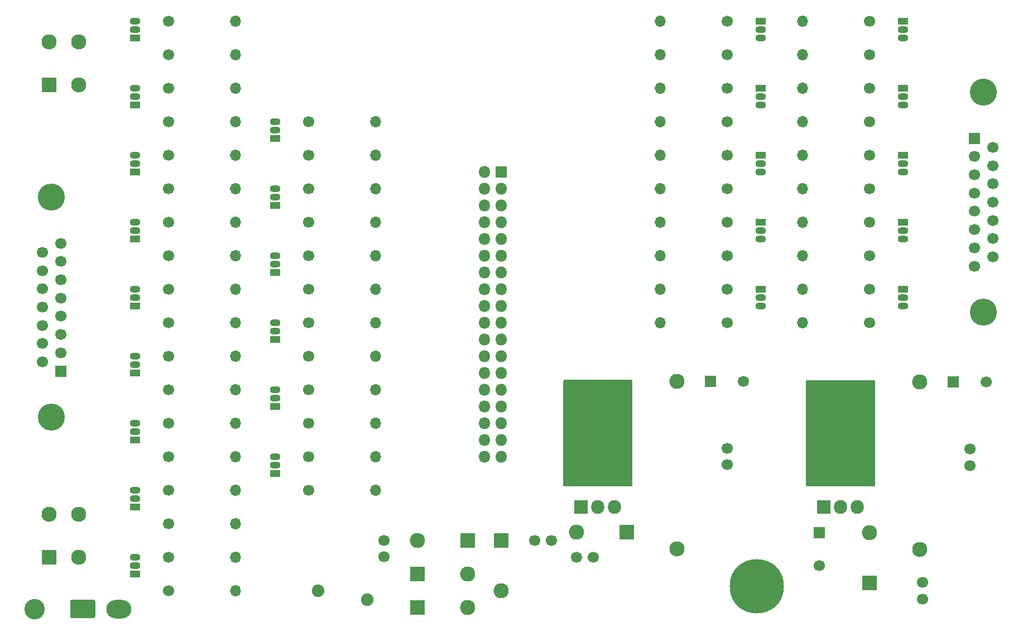
<source format=gbr>
%TF.GenerationSoftware,KiCad,Pcbnew,(5.1.6)-1*%
%TF.CreationDate,2020-07-18T16:28:39-07:00*%
%TF.ProjectId,BPEM488TDHAux,4250454d-3438-4385-9444-484175782e6b,rev?*%
%TF.SameCoordinates,Original*%
%TF.FileFunction,Soldermask,Top*%
%TF.FilePolarity,Negative*%
%FSLAX46Y46*%
G04 Gerber Fmt 4.6, Leading zero omitted, Abs format (unit mm)*
G04 Created by KiCad (PCBNEW (5.1.6)-1) date 2020-07-18 16:28:39*
%MOMM*%
%LPD*%
G01*
G04 APERTURE LIST*
%ADD10C,4.100000*%
%ADD11C,1.700000*%
%ADD12R,1.700000X1.700000*%
%ADD13C,8.228000*%
%ADD14O,2.005000X2.100000*%
%ADD15R,2.005000X2.100000*%
%ADD16O,3.600000X3.600000*%
%ADD17C,1.900000*%
%ADD18R,2.300000X2.300000*%
%ADD19O,2.300000X2.300000*%
%ADD20O,3.800000X2.800000*%
%ADD21C,3.100000*%
%ADD22C,2.300000*%
%ADD23O,1.600000X1.100000*%
%ADD24R,1.600000X1.100000*%
%ADD25O,1.700000X1.700000*%
%ADD26R,1.800000X1.800000*%
%ADD27O,1.800000X1.800000*%
%ADD28C,0.254000*%
G04 APERTURE END LIST*
D10*
%TO.C,J4*%
X197635000Y-66705000D03*
X197635000Y-100005000D03*
D11*
X199055000Y-91665000D03*
X199055000Y-88895000D03*
X199055000Y-86125000D03*
X199055000Y-83355000D03*
X199055000Y-80585000D03*
X199055000Y-77815000D03*
X199055000Y-75045000D03*
X196215000Y-93050000D03*
X196215000Y-90280000D03*
X196215000Y-87510000D03*
X196215000Y-84740000D03*
X196215000Y-81970000D03*
X196215000Y-79200000D03*
X196215000Y-76430000D03*
D12*
X196215000Y-73660000D03*
%TD*%
D10*
%TO.C,J3*%
X56238000Y-115921000D03*
X56238000Y-82621000D03*
D11*
X54818000Y-90961000D03*
X54818000Y-93731000D03*
X54818000Y-96501000D03*
X54818000Y-99271000D03*
X54818000Y-102041000D03*
X54818000Y-104811000D03*
X54818000Y-107581000D03*
X57658000Y-89576000D03*
X57658000Y-92346000D03*
X57658000Y-95116000D03*
X57658000Y-97886000D03*
X57658000Y-100656000D03*
X57658000Y-103426000D03*
X57658000Y-106196000D03*
D12*
X57658000Y-108966000D03*
%TD*%
D13*
%TO.C,REF\u002A\u002A*%
X163260000Y-141560000D03*
%TD*%
D14*
%TO.C,U2*%
X178435000Y-129540000D03*
X175895000Y-129540000D03*
D15*
X173355000Y-129540000D03*
D16*
X175895000Y-113740000D03*
%TD*%
D14*
%TO.C,U1*%
X141605000Y-129540000D03*
X139065000Y-129540000D03*
D15*
X136525000Y-129540000D03*
D16*
X139065000Y-113740000D03*
%TD*%
D17*
%TO.C,RV1*%
X96640000Y-142237000D03*
X104140000Y-143637000D03*
%TD*%
D11*
%TO.C,C1*%
X106680000Y-134620000D03*
X106680000Y-137120000D03*
%TD*%
%TO.C,C3*%
X172720000Y-138479540D03*
D12*
X172720000Y-133479540D03*
%TD*%
D11*
%TO.C,C6*%
X158750000Y-123150000D03*
X158750000Y-120650000D03*
%TD*%
%TO.C,C7*%
X195580000Y-120779540D03*
X195580000Y-123279540D03*
%TD*%
%TO.C,C8*%
X161210000Y-110490000D03*
D12*
X156210000Y-110490000D03*
%TD*%
%TO.C,C9*%
X193040000Y-110619540D03*
D11*
X198040000Y-110619540D03*
%TD*%
D18*
%TO.C,D1*%
X111760000Y-139700000D03*
D19*
X119380000Y-139700000D03*
%TD*%
%TO.C,D2*%
X119380000Y-144780000D03*
D18*
X111760000Y-144780000D03*
%TD*%
%TO.C,D3*%
X119380000Y-134620000D03*
D19*
X111760000Y-134620000D03*
%TD*%
%TO.C,D4*%
X124460000Y-142240000D03*
D18*
X124460000Y-134620000D03*
%TD*%
D19*
%TO.C,D5*%
X135890000Y-133350000D03*
D18*
X143510000Y-133350000D03*
%TD*%
%TO.C,D6*%
X180340000Y-141099540D03*
D19*
X180340000Y-133479540D03*
%TD*%
%TO.C,J1*%
G36*
G01*
X62600740Y-146434000D02*
X59319260Y-146434000D01*
G75*
G02*
X59060000Y-146174740I0J259260D01*
G01*
X59060000Y-143893260D01*
G75*
G02*
X59319260Y-143634000I259260J0D01*
G01*
X62600740Y-143634000D01*
G75*
G02*
X62860000Y-143893260I0J-259260D01*
G01*
X62860000Y-146174740D01*
G75*
G02*
X62600740Y-146434000I-259260J0D01*
G01*
G37*
D20*
X66460000Y-145034000D03*
D21*
X53660000Y-145034000D03*
%TD*%
D22*
%TO.C,L1*%
X151130000Y-135890000D03*
D19*
X151130000Y-110490000D03*
%TD*%
%TO.C,L2*%
X187960000Y-110619540D03*
D22*
X187960000Y-136019540D03*
%TD*%
D23*
%TO.C,Q1*%
X68940680Y-77470000D03*
X68940680Y-76200000D03*
D24*
X68940680Y-78740000D03*
%TD*%
%TO.C,Q2*%
X68940680Y-88900000D03*
D23*
X68940680Y-86360000D03*
X68940680Y-87630000D03*
%TD*%
D24*
%TO.C,Q3*%
X68940680Y-99060000D03*
D23*
X68940680Y-96520000D03*
X68940680Y-97790000D03*
%TD*%
%TO.C,Q4*%
X68940680Y-107950000D03*
X68940680Y-106680000D03*
D24*
X68940680Y-109220000D03*
%TD*%
%TO.C,Q5*%
X68940680Y-119380000D03*
D23*
X68940680Y-116840000D03*
X68940680Y-118110000D03*
%TD*%
D24*
%TO.C,Q6*%
X90170000Y-83820000D03*
D23*
X90170000Y-81280000D03*
X90170000Y-82550000D03*
%TD*%
%TO.C,Q7*%
X68940680Y-128270000D03*
X68940680Y-127000000D03*
D24*
X68940680Y-129540000D03*
%TD*%
%TO.C,Q8*%
X68940680Y-139700000D03*
D23*
X68940680Y-137160000D03*
X68940680Y-138430000D03*
%TD*%
%TO.C,Q9*%
X90170000Y-123190000D03*
X90170000Y-121920000D03*
D24*
X90170000Y-124460000D03*
%TD*%
%TO.C,Q10*%
X90170000Y-114300000D03*
D23*
X90170000Y-111760000D03*
X90170000Y-113030000D03*
%TD*%
%TO.C,Q11*%
X90170000Y-102870000D03*
X90170000Y-101600000D03*
D24*
X90170000Y-104140000D03*
%TD*%
D23*
%TO.C,Q12*%
X90170000Y-92710000D03*
X90170000Y-91440000D03*
D24*
X90170000Y-93980000D03*
%TD*%
D23*
%TO.C,Q13*%
X163804600Y-57150000D03*
X163804600Y-58420000D03*
D24*
X163804600Y-55880000D03*
%TD*%
%TO.C,Q14*%
X163804600Y-66040000D03*
D23*
X163804600Y-68580000D03*
X163804600Y-67310000D03*
%TD*%
%TO.C,Q15*%
X163804600Y-77470000D03*
X163804600Y-78740000D03*
D24*
X163804600Y-76200000D03*
%TD*%
%TO.C,Q16*%
X163804600Y-86360000D03*
D23*
X163804600Y-88900000D03*
X163804600Y-87630000D03*
%TD*%
%TO.C,Q17*%
X163804600Y-97790000D03*
X163804600Y-99060000D03*
D24*
X163804600Y-96520000D03*
%TD*%
%TO.C,Q18*%
X68940680Y-68580000D03*
D23*
X68940680Y-66040000D03*
X68940680Y-67310000D03*
%TD*%
%TO.C,Q19*%
X68940680Y-57150000D03*
X68940680Y-55880000D03*
D24*
X68940680Y-58420000D03*
%TD*%
%TO.C,Q20*%
X90170000Y-73660000D03*
D23*
X90170000Y-71120000D03*
X90170000Y-72390000D03*
%TD*%
%TO.C,Q21*%
X185420000Y-97790000D03*
X185420000Y-99060000D03*
D24*
X185420000Y-96520000D03*
%TD*%
%TO.C,Q22*%
X185420000Y-86360000D03*
D23*
X185420000Y-88900000D03*
X185420000Y-87630000D03*
%TD*%
%TO.C,Q23*%
X185420000Y-77470000D03*
X185420000Y-78740000D03*
D24*
X185420000Y-76200000D03*
%TD*%
%TO.C,Q24*%
X185420000Y-66040000D03*
D23*
X185420000Y-68580000D03*
X185420000Y-67310000D03*
%TD*%
%TO.C,Q25*%
X185420000Y-57150000D03*
X185420000Y-58420000D03*
D24*
X185420000Y-55880000D03*
%TD*%
D25*
%TO.C,R1*%
X84180680Y-76200000D03*
D11*
X74020680Y-76200000D03*
%TD*%
%TO.C,R2*%
X74020680Y-81280000D03*
D25*
X84180680Y-81280000D03*
%TD*%
%TO.C,R3*%
X84180680Y-86360000D03*
D11*
X74020680Y-86360000D03*
%TD*%
%TO.C,R4*%
X74020680Y-91440000D03*
D25*
X84180680Y-91440000D03*
%TD*%
D11*
%TO.C,R5*%
X74020680Y-96520000D03*
D25*
X84180680Y-96520000D03*
%TD*%
D11*
%TO.C,R6*%
X74020680Y-101600000D03*
D25*
X84180680Y-101600000D03*
%TD*%
%TO.C,R7*%
X84180680Y-106680000D03*
D11*
X74020680Y-106680000D03*
%TD*%
D25*
%TO.C,R8*%
X84180680Y-111760000D03*
D11*
X74020680Y-111760000D03*
%TD*%
%TO.C,R9*%
X74020680Y-116840000D03*
D25*
X84180680Y-116840000D03*
%TD*%
D11*
%TO.C,R10*%
X74020680Y-121920000D03*
D25*
X84180680Y-121920000D03*
%TD*%
%TO.C,R11*%
X105410000Y-81280000D03*
D11*
X95250000Y-81280000D03*
%TD*%
D25*
%TO.C,R12*%
X105410000Y-86360000D03*
D11*
X95250000Y-86360000D03*
%TD*%
D25*
%TO.C,R13*%
X84180680Y-127000000D03*
D11*
X74020680Y-127000000D03*
%TD*%
%TO.C,R14*%
X74020680Y-132080000D03*
D25*
X84180680Y-132080000D03*
%TD*%
D11*
%TO.C,R15*%
X74020680Y-137160000D03*
D25*
X84180680Y-137160000D03*
%TD*%
%TO.C,R16*%
X84180680Y-142240000D03*
D11*
X74020680Y-142240000D03*
%TD*%
D25*
%TO.C,R17*%
X105410000Y-121920000D03*
D11*
X95250000Y-121920000D03*
%TD*%
D25*
%TO.C,R18*%
X105410000Y-127000000D03*
D11*
X95250000Y-127000000D03*
%TD*%
%TO.C,R19*%
X95250000Y-111760000D03*
D25*
X105410000Y-111760000D03*
%TD*%
D11*
%TO.C,R20*%
X95250000Y-116840000D03*
D25*
X105410000Y-116840000D03*
%TD*%
%TO.C,R21*%
X105410000Y-101600000D03*
D11*
X95250000Y-101600000D03*
%TD*%
D25*
%TO.C,R22*%
X105410000Y-106680000D03*
D11*
X95250000Y-106680000D03*
%TD*%
%TO.C,R23*%
X95250000Y-91440000D03*
D25*
X105410000Y-91440000D03*
%TD*%
D11*
%TO.C,R24*%
X95250000Y-96520000D03*
D25*
X105410000Y-96520000D03*
%TD*%
D11*
%TO.C,R25*%
X158724600Y-55880000D03*
D25*
X148564600Y-55880000D03*
%TD*%
D11*
%TO.C,R26*%
X158724600Y-60960000D03*
D25*
X148564600Y-60960000D03*
%TD*%
D11*
%TO.C,R27*%
X158724600Y-66040000D03*
D25*
X148564600Y-66040000D03*
%TD*%
%TO.C,R28*%
X148564600Y-71120000D03*
D11*
X158724600Y-71120000D03*
%TD*%
D25*
%TO.C,R29*%
X148564600Y-76200000D03*
D11*
X158724600Y-76200000D03*
%TD*%
%TO.C,R30*%
X158724600Y-81280000D03*
D25*
X148564600Y-81280000D03*
%TD*%
D11*
%TO.C,R31*%
X158724600Y-86360000D03*
D25*
X148564600Y-86360000D03*
%TD*%
%TO.C,R32*%
X148564600Y-91440000D03*
D11*
X158724600Y-91440000D03*
%TD*%
%TO.C,R33*%
X158724600Y-96520000D03*
D25*
X148564600Y-96520000D03*
%TD*%
D11*
%TO.C,R34*%
X158724600Y-101600000D03*
D25*
X148564600Y-101600000D03*
%TD*%
%TO.C,R35*%
X84180680Y-66040000D03*
D11*
X74020680Y-66040000D03*
%TD*%
D25*
%TO.C,R36*%
X84180680Y-71120000D03*
D11*
X74020680Y-71120000D03*
%TD*%
%TO.C,R37*%
X74020680Y-55880000D03*
D25*
X84180680Y-55880000D03*
%TD*%
%TO.C,R38*%
X84180680Y-60960000D03*
D11*
X74020680Y-60960000D03*
%TD*%
%TO.C,R39*%
X95250000Y-71120000D03*
D25*
X105410000Y-71120000D03*
%TD*%
D11*
%TO.C,R40*%
X95250000Y-76200000D03*
D25*
X105410000Y-76200000D03*
%TD*%
%TO.C,R41*%
X170180000Y-96520000D03*
D11*
X180340000Y-96520000D03*
%TD*%
D25*
%TO.C,R42*%
X170180000Y-101600000D03*
D11*
X180340000Y-101600000D03*
%TD*%
D25*
%TO.C,R43*%
X170180000Y-86360000D03*
D11*
X180340000Y-86360000D03*
%TD*%
%TO.C,R44*%
X180340000Y-91440000D03*
D25*
X170180000Y-91440000D03*
%TD*%
D11*
%TO.C,R45*%
X180340000Y-76200000D03*
D25*
X170180000Y-76200000D03*
%TD*%
%TO.C,R46*%
X170180000Y-81280000D03*
D11*
X180340000Y-81280000D03*
%TD*%
D25*
%TO.C,R47*%
X170180000Y-66040000D03*
D11*
X180340000Y-66040000D03*
%TD*%
%TO.C,R48*%
X180340000Y-71120000D03*
D25*
X170180000Y-71120000D03*
%TD*%
%TO.C,R49*%
X170180000Y-55880000D03*
D11*
X180340000Y-55880000D03*
%TD*%
D25*
%TO.C,R50*%
X170180000Y-60960000D03*
D11*
X180340000Y-60960000D03*
%TD*%
D22*
%TO.C,S1*%
X60380000Y-65570100D03*
X60380000Y-59070100D03*
X55880000Y-59070100D03*
D18*
X55880000Y-65570100D03*
%TD*%
%TO.C,S2*%
X55880000Y-137160000D03*
D22*
X55880000Y-130660000D03*
X60380000Y-130660000D03*
X60380000Y-137160000D03*
%TD*%
D26*
%TO.C,J2*%
X124460000Y-78740000D03*
D27*
X121920000Y-78740000D03*
X124460000Y-81280000D03*
X121920000Y-81280000D03*
X124460000Y-83820000D03*
X121920000Y-83820000D03*
X124460000Y-86360000D03*
X121920000Y-86360000D03*
X124460000Y-88900000D03*
X121920000Y-88900000D03*
X124460000Y-91440000D03*
X121920000Y-91440000D03*
X124460000Y-93980000D03*
X121920000Y-93980000D03*
X124460000Y-96520000D03*
X121920000Y-96520000D03*
X124460000Y-99060000D03*
X121920000Y-99060000D03*
X124460000Y-101600000D03*
X121920000Y-101600000D03*
X124460000Y-104140000D03*
X121920000Y-104140000D03*
X124460000Y-106680000D03*
X121920000Y-106680000D03*
X124460000Y-109220000D03*
X121920000Y-109220000D03*
X124460000Y-111760000D03*
X121920000Y-111760000D03*
X124460000Y-114300000D03*
X121920000Y-114300000D03*
X124460000Y-116840000D03*
X121920000Y-116840000D03*
X124460000Y-119380000D03*
X121920000Y-119380000D03*
X124460000Y-121920000D03*
X121920000Y-121920000D03*
%TD*%
D11*
%TO.C,C2*%
X132040000Y-134620000D03*
X129540000Y-134620000D03*
%TD*%
%TO.C,C4*%
X135890000Y-137160000D03*
X138390000Y-137160000D03*
%TD*%
%TO.C,C5*%
X188390000Y-141010000D03*
X188390000Y-143510000D03*
%TD*%
D28*
G36*
X144173000Y-126293000D02*
G01*
X133937000Y-126293000D01*
X133937000Y-110487000D01*
X133940000Y-110487000D01*
X133964776Y-110484560D01*
X133988601Y-110477333D01*
X134010557Y-110465597D01*
X134029803Y-110449803D01*
X134092606Y-110387000D01*
X144173000Y-110387000D01*
X144173000Y-126293000D01*
G37*
X144173000Y-126293000D02*
X133937000Y-126293000D01*
X133937000Y-110487000D01*
X133940000Y-110487000D01*
X133964776Y-110484560D01*
X133988601Y-110477333D01*
X134010557Y-110465597D01*
X134029803Y-110449803D01*
X134092606Y-110387000D01*
X144173000Y-110387000D01*
X144173000Y-126293000D01*
G36*
X181003000Y-126263000D02*
G01*
X170797000Y-126263000D01*
X170797000Y-110417000D01*
X181003000Y-110417000D01*
X181003000Y-126263000D01*
G37*
X181003000Y-126263000D02*
X170797000Y-126263000D01*
X170797000Y-110417000D01*
X181003000Y-110417000D01*
X181003000Y-126263000D01*
M02*

</source>
